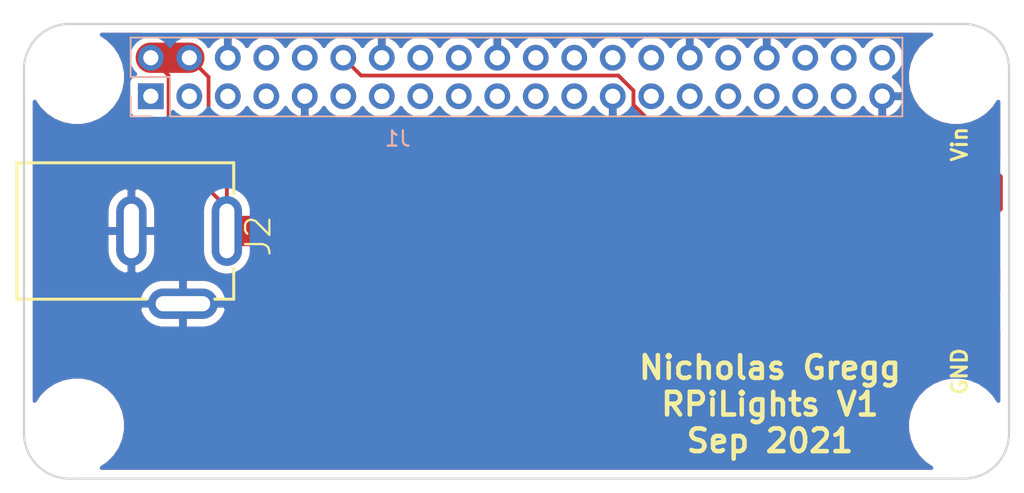
<source format=kicad_pcb>
(kicad_pcb (version 20171130) (host pcbnew "(5.1.10)-1")

  (general
    (thickness 1.6)
    (drawings 21)
    (tracks 21)
    (zones 0)
    (modules 7)
    (nets 32)
  )

  (page A4)
  (title_block
    (title "Raspberry Pi Zero (W) uHAT Template Board")
    (date 2019-02-28)
    (rev 1.0)
    (comment 1 "This PCB design is licensed under MIT Open Source License.")
  )

  (layers
    (0 F.Cu signal)
    (31 B.Cu signal)
    (32 B.Adhes user)
    (33 F.Adhes user)
    (34 B.Paste user)
    (35 F.Paste user)
    (36 B.SilkS user)
    (37 F.SilkS user)
    (38 B.Mask user hide)
    (39 F.Mask user hide)
    (40 Dwgs.User user hide)
    (41 Cmts.User user hide)
    (42 Eco1.User user hide)
    (43 Eco2.User user hide)
    (44 Edge.Cuts user)
    (45 Margin user hide)
    (46 B.CrtYd user)
    (47 F.CrtYd user)
    (48 B.Fab user hide)
    (49 F.Fab user hide)
  )

  (setup
    (last_trace_width 0.25)
    (trace_clearance 0.2)
    (zone_clearance 0.508)
    (zone_45_only no)
    (trace_min 0.2)
    (via_size 0.8)
    (via_drill 0.4)
    (via_min_size 0.4)
    (via_min_drill 0.3)
    (uvia_size 0.3)
    (uvia_drill 0.1)
    (uvias_allowed no)
    (uvia_min_size 0.2)
    (uvia_min_drill 0.1)
    (edge_width 0.15)
    (segment_width 0.2)
    (pcb_text_width 0.3)
    (pcb_text_size 1.5 1.5)
    (mod_edge_width 0.15)
    (mod_text_size 1 1)
    (mod_text_width 0.15)
    (pad_size 1.524 1.524)
    (pad_drill 0.762)
    (pad_to_mask_clearance 0.051)
    (solder_mask_min_width 0.25)
    (aux_axis_origin 0 0)
    (grid_origin 121.032 94.568)
    (visible_elements 7FFFFFFF)
    (pcbplotparams
      (layerselection 0x010fc_ffffffff)
      (usegerberextensions false)
      (usegerberattributes false)
      (usegerberadvancedattributes false)
      (creategerberjobfile false)
      (excludeedgelayer true)
      (linewidth 0.100000)
      (plotframeref false)
      (viasonmask false)
      (mode 1)
      (useauxorigin false)
      (hpglpennumber 1)
      (hpglpenspeed 20)
      (hpglpendiameter 15.000000)
      (psnegative false)
      (psa4output false)
      (plotreference true)
      (plotvalue true)
      (plotinvisibletext false)
      (padsonsilk false)
      (subtractmaskfromsilk false)
      (outputformat 1)
      (mirror false)
      (drillshape 1)
      (scaleselection 1)
      (outputdirectory ""))
  )

  (net 0 "")
  (net 1 +3V3)
  (net 2 +5V)
  (net 3 /GPIO2_SDA1)
  (net 4 /GPIO3_SCL1)
  (net 5 GND)
  (net 6 /GPIO4_GPIO_GCLK)
  (net 7 /GPIO14_TXD0)
  (net 8 /GPIO15_RXD0)
  (net 9 /GPIO17_GEN0)
  (net 10 /GPIO18_GEN1)
  (net 11 /GPIO27_GEN2)
  (net 12 /GPIO22_GEN3)
  (net 13 /GPIO23_GEN4)
  (net 14 /GPIO24_GEN5)
  (net 15 /GPIO10_SPI_MOSI)
  (net 16 /GPIO9_SPI_MISO)
  (net 17 /GPIO25_GEN6)
  (net 18 /GPIO11_SPI_SCLK)
  (net 19 /GPIO8_SPI_CE0_N)
  (net 20 /GPIO7_SPI_CE1_N)
  (net 21 /ID_SD)
  (net 22 /ID_SC)
  (net 23 /GPIO5)
  (net 24 /GPIO6)
  (net 25 /GPIO12)
  (net 26 /GPIO13)
  (net 27 /GPIO19)
  (net 28 /GPIO16)
  (net 29 /GPIO26)
  (net 30 /GPIO20)
  (net 31 /GPIO21)

  (net_class Default "This is the default net class."
    (clearance 0.2)
    (trace_width 0.25)
    (via_dia 0.8)
    (via_drill 0.4)
    (uvia_dia 0.3)
    (uvia_drill 0.1)
    (add_net +3V3)
    (add_net +5V)
    (add_net /GPIO10_SPI_MOSI)
    (add_net /GPIO11_SPI_SCLK)
    (add_net /GPIO12)
    (add_net /GPIO13)
    (add_net /GPIO14_TXD0)
    (add_net /GPIO15_RXD0)
    (add_net /GPIO16)
    (add_net /GPIO17_GEN0)
    (add_net /GPIO18_GEN1)
    (add_net /GPIO19)
    (add_net /GPIO20)
    (add_net /GPIO21)
    (add_net /GPIO22_GEN3)
    (add_net /GPIO23_GEN4)
    (add_net /GPIO24_GEN5)
    (add_net /GPIO25_GEN6)
    (add_net /GPIO26)
    (add_net /GPIO27_GEN2)
    (add_net /GPIO2_SDA1)
    (add_net /GPIO3_SCL1)
    (add_net /GPIO4_GPIO_GCLK)
    (add_net /GPIO5)
    (add_net /GPIO6)
    (add_net /GPIO7_SPI_CE1_N)
    (add_net /GPIO8_SPI_CE0_N)
    (add_net /GPIO9_SPI_MISO)
    (add_net /ID_SC)
    (add_net /ID_SD)
    (add_net GND)
  )

  (module DCJ200-10-A-XX-X_REVA:GCT_DCJ200-10-A-XX-X_REVA (layer F.Cu) (tedit 61366E70) (tstamp 6136BED7)
    (at 117.222 104.728 270)
    (path /61367103)
    (fp_text reference J2 (at 0.33015 -15.77006 90) (layer F.SilkS)
      (effects (font (size 1.60074 1.60074) (thickness 0.15)))
    )
    (fp_text value DCJ200-10-A-XX-X_REVA (at 15 2 90) (layer F.Fab)
      (effects (font (size 1.602362 1.602362) (thickness 0.15)))
    )
    (fp_line (start -4.75 0.5) (end -4.75 -14.75) (layer F.CrtYd) (width 0.05))
    (fp_line (start 6 0.5) (end -4.75 0.5) (layer F.CrtYd) (width 0.05))
    (fp_line (start 6 -14.75) (end 6 0.5) (layer F.CrtYd) (width 0.05))
    (fp_line (start -4.75 -14.75) (end 6 -14.75) (layer F.CrtYd) (width 0.05))
    (fp_line (start 4.5 -14.15) (end 4.5 -12.9) (layer F.SilkS) (width 0.2))
    (fp_line (start 2.45 -14.15) (end 4.5 -14.15) (layer F.SilkS) (width 0.2))
    (fp_line (start 4.5 0.15) (end 4.5 -8.4) (layer F.SilkS) (width 0.2))
    (fp_line (start -4.5 0.15) (end 4.5 0.15) (layer F.SilkS) (width 0.2))
    (fp_line (start -4.5 -14.15) (end -4.5 0.15) (layer F.SilkS) (width 0.2))
    (fp_line (start -2.45 -14.15) (end -4.5 -14.15) (layer F.SilkS) (width 0.2))
    (fp_poly (pts (xy -2.15385 -7.4) (xy 2.15 -7.4) (xy 2.15 -5.7102) (xy -2.15385 -5.7102)) (layer B.Mask) (width 0.01))
    (fp_poly (pts (xy -2.15234 -7.4) (xy 2.15 -7.4) (xy 2.15 -5.70619) (xy -2.15234 -5.70619)) (layer F.Mask) (width 0.01))
    (fp_poly (pts (xy 3.920395 -1.641498) (xy 3.920395 -5.536048) (xy 5.615045 -5.536048) (xy 5.615045 -1.641498)) (layer B.Mask) (width 0.01))
    (fp_poly (pts (xy 3.919505 -1.640588) (xy 3.919505 -5.536048) (xy 5.615045 -5.536048) (xy 5.615045 -1.640588)) (layer F.Mask) (width 0.01))
    (fp_poly (pts (xy -1.9502 -1.1) (xy 1.95 -1.1) (xy 1.95 0.600062) (xy -1.9502 0.600062)) (layer B.Mask) (width 0.01))
    (fp_poly (pts (xy -1.95134 -1.1) (xy 1.95 -1.1) (xy 1.95 0.600412) (xy -1.95134 0.600412)) (layer F.Mask) (width 0.01))
    (fp_line (start -4.5 0.15) (end -4.5 -14.15) (layer F.Fab) (width 0.1))
    (fp_line (start -4.5 -14.15) (end 4.5 -14.15) (layer F.Fab) (width 0.1))
    (fp_line (start 4.5 0.15) (end 4.5 -14.15) (layer F.Fab) (width 0.1))
    (fp_line (start -4.5 0.15) (end 4.5 0.15) (layer F.Fab) (width 0.1))
    (pad 3 thru_hole oval (at 4.8 -10.8) (size 4.6 2) (drill oval 3.6 1) (layers *.Cu *.Mask)
      (net 5 GND))
    (pad 2 thru_hole oval (at 0 -7.4 270) (size 4.6 2) (drill oval 3.6 1) (layers *.Cu *.Mask)
      (net 5 GND))
    (pad 1 thru_hole oval (at 0 -13.7 270) (size 4.6 2) (drill oval 3.6 1) (layers *.Cu *.Mask)
      (net 2 +5V))
  )

  (module JST:JST_Breakout (layer F.Cu) (tedit 613663ED) (tstamp 6136BE80)
    (at 183.262 105.998 90)
    (path /6138080F)
    (attr smd)
    (fp_text reference C1 (at 0 0.5 90) (layer F.SilkS) hide
      (effects (font (size 1 1) (thickness 0.15)))
    )
    (fp_text value JST3pin (at 0 -0.5 90) (layer F.Fab)
      (effects (font (size 1 1) (thickness 0.15)))
    )
    (fp_text user GND (at -8 -4 90) (layer F.SilkS)
      (effects (font (size 1 1) (thickness 0.2)))
    )
    (fp_text user Vin (at 7 -4 90) (layer F.SilkS)
      (effects (font (size 1 1) (thickness 0.2)))
    )
    (pad 3 smd rect (at 0 -4 90) (size 2 4) (layers F.Cu F.Paste F.Mask)
      (net 10 /GPIO18_GEN1))
    (pad 2 smd rect (at -4 -4 90) (size 2 4) (layers F.Cu F.Paste F.Mask)
      (net 5 GND))
    (pad 1 smd rect (at 4 -4 90) (size 2 4) (layers F.Cu F.Paste F.Mask)
      (net 2 +5V))
  )

  (module lib:PinSocket_2x20_P2.54mm_Vertical_Centered_Anchor (layer B.Cu) (tedit 5C78E1B8) (tstamp 5C78EB08)
    (at 125.902 95.838 270)
    (descr "Through hole straight socket strip, 2x20, 2.54mm pitch, double cols (from Kicad 4.0.7), script generated")
    (tags "Through hole socket strip THT 2x20 2.54mm double row")
    (path /5C77771F)
    (fp_text reference J1 (at 2.8 -16.3) (layer B.SilkS)
      (effects (font (size 1 1) (thickness 0.15)) (justify mirror))
    )
    (fp_text value GPIO_CONNECTOR (at 2.7 -27.3) (layer B.Fab)
      (effects (font (size 1 1) (thickness 0.15)) (justify mirror))
    )
    (fp_line (start -4.34 -50) (end -4.34 1.8) (layer B.CrtYd) (width 0.05))
    (fp_line (start 1.76 -50) (end -4.34 -50) (layer B.CrtYd) (width 0.05))
    (fp_line (start 1.76 1.8) (end 1.76 -50) (layer B.CrtYd) (width 0.05))
    (fp_line (start -4.34 1.8) (end 1.76 1.8) (layer B.CrtYd) (width 0.05))
    (fp_line (start 0 1.33) (end 1.33 1.33) (layer B.SilkS) (width 0.12))
    (fp_line (start 1.33 1.33) (end 1.33 0) (layer B.SilkS) (width 0.12))
    (fp_line (start -1.27 1.33) (end -1.27 -1.27) (layer B.SilkS) (width 0.12))
    (fp_line (start -1.27 -1.27) (end 1.33 -1.27) (layer B.SilkS) (width 0.12))
    (fp_line (start 1.33 -1.27) (end 1.33 -49.59) (layer B.SilkS) (width 0.12))
    (fp_line (start -3.87 -49.59) (end 1.33 -49.59) (layer B.SilkS) (width 0.12))
    (fp_line (start -3.87 1.33) (end -3.87 -49.59) (layer B.SilkS) (width 0.12))
    (fp_line (start -3.87 1.33) (end -1.27 1.33) (layer B.SilkS) (width 0.12))
    (fp_line (start -3.81 -49.53) (end -3.81 1.27) (layer B.Fab) (width 0.1))
    (fp_line (start 1.27 -49.53) (end -3.81 -49.53) (layer B.Fab) (width 0.1))
    (fp_line (start 1.27 0.27) (end 1.27 -49.53) (layer B.Fab) (width 0.1))
    (fp_line (start 0.27 1.27) (end 1.27 0.27) (layer B.Fab) (width 0.1))
    (fp_line (start -3.81 1.27) (end 0.27 1.27) (layer B.Fab) (width 0.1))
    (fp_text user %R (at 2.8 -18.3 180) (layer B.Fab)
      (effects (font (size 1 1) (thickness 0.15)) (justify mirror))
    )
    (pad 1 thru_hole rect (at 0 0 270) (size 1.7 1.7) (drill 1) (layers *.Cu *.Mask)
      (net 1 +3V3))
    (pad 2 thru_hole oval (at -2.54 0 270) (size 1.7 1.7) (drill 1) (layers *.Cu *.Mask)
      (net 2 +5V))
    (pad 3 thru_hole oval (at 0 -2.54 270) (size 1.7 1.7) (drill 1) (layers *.Cu *.Mask)
      (net 3 /GPIO2_SDA1))
    (pad 4 thru_hole oval (at -2.54 -2.54 270) (size 1.7 1.7) (drill 1) (layers *.Cu *.Mask)
      (net 2 +5V))
    (pad 5 thru_hole oval (at 0 -5.08 270) (size 1.7 1.7) (drill 1) (layers *.Cu *.Mask)
      (net 4 /GPIO3_SCL1))
    (pad 6 thru_hole oval (at -2.54 -5.08 270) (size 1.7 1.7) (drill 1) (layers *.Cu *.Mask)
      (net 5 GND))
    (pad 7 thru_hole oval (at 0 -7.62 270) (size 1.7 1.7) (drill 1) (layers *.Cu *.Mask)
      (net 6 /GPIO4_GPIO_GCLK))
    (pad 8 thru_hole oval (at -2.54 -7.62 270) (size 1.7 1.7) (drill 1) (layers *.Cu *.Mask)
      (net 7 /GPIO14_TXD0))
    (pad 9 thru_hole oval (at 0 -10.16 270) (size 1.7 1.7) (drill 1) (layers *.Cu *.Mask)
      (net 5 GND))
    (pad 10 thru_hole oval (at -2.54 -10.16 270) (size 1.7 1.7) (drill 1) (layers *.Cu *.Mask)
      (net 8 /GPIO15_RXD0))
    (pad 11 thru_hole oval (at 0 -12.7 270) (size 1.7 1.7) (drill 1) (layers *.Cu *.Mask)
      (net 9 /GPIO17_GEN0))
    (pad 12 thru_hole oval (at -2.54 -12.7 270) (size 1.7 1.7) (drill 1) (layers *.Cu *.Mask)
      (net 10 /GPIO18_GEN1))
    (pad 13 thru_hole oval (at 0 -15.24 270) (size 1.7 1.7) (drill 1) (layers *.Cu *.Mask)
      (net 11 /GPIO27_GEN2))
    (pad 14 thru_hole oval (at -2.54 -15.24 270) (size 1.7 1.7) (drill 1) (layers *.Cu *.Mask)
      (net 5 GND))
    (pad 15 thru_hole oval (at 0 -17.78 270) (size 1.7 1.7) (drill 1) (layers *.Cu *.Mask)
      (net 12 /GPIO22_GEN3))
    (pad 16 thru_hole oval (at -2.54 -17.78 270) (size 1.7 1.7) (drill 1) (layers *.Cu *.Mask)
      (net 13 /GPIO23_GEN4))
    (pad 17 thru_hole oval (at 0 -20.32 270) (size 1.7 1.7) (drill 1) (layers *.Cu *.Mask)
      (net 1 +3V3))
    (pad 18 thru_hole oval (at -2.54 -20.32 270) (size 1.7 1.7) (drill 1) (layers *.Cu *.Mask)
      (net 14 /GPIO24_GEN5))
    (pad 19 thru_hole oval (at 0 -22.86 270) (size 1.7 1.7) (drill 1) (layers *.Cu *.Mask)
      (net 15 /GPIO10_SPI_MOSI))
    (pad 20 thru_hole oval (at -2.54 -22.86 270) (size 1.7 1.7) (drill 1) (layers *.Cu *.Mask)
      (net 5 GND))
    (pad 21 thru_hole oval (at 0 -25.4 270) (size 1.7 1.7) (drill 1) (layers *.Cu *.Mask)
      (net 16 /GPIO9_SPI_MISO))
    (pad 22 thru_hole oval (at -2.54 -25.4 270) (size 1.7 1.7) (drill 1) (layers *.Cu *.Mask)
      (net 17 /GPIO25_GEN6))
    (pad 23 thru_hole oval (at 0 -27.94 270) (size 1.7 1.7) (drill 1) (layers *.Cu *.Mask)
      (net 18 /GPIO11_SPI_SCLK))
    (pad 24 thru_hole oval (at -2.54 -27.94 270) (size 1.7 1.7) (drill 1) (layers *.Cu *.Mask)
      (net 19 /GPIO8_SPI_CE0_N))
    (pad 25 thru_hole oval (at 0 -30.48 270) (size 1.7 1.7) (drill 1) (layers *.Cu *.Mask)
      (net 5 GND))
    (pad 26 thru_hole oval (at -2.54 -30.48 270) (size 1.7 1.7) (drill 1) (layers *.Cu *.Mask)
      (net 20 /GPIO7_SPI_CE1_N))
    (pad 27 thru_hole oval (at 0 -33.02 270) (size 1.7 1.7) (drill 1) (layers *.Cu *.Mask)
      (net 21 /ID_SD))
    (pad 28 thru_hole oval (at -2.54 -33.02 270) (size 1.7 1.7) (drill 1) (layers *.Cu *.Mask)
      (net 22 /ID_SC))
    (pad 29 thru_hole oval (at 0 -35.56 270) (size 1.7 1.7) (drill 1) (layers *.Cu *.Mask)
      (net 23 /GPIO5))
    (pad 30 thru_hole oval (at -2.54 -35.56 270) (size 1.7 1.7) (drill 1) (layers *.Cu *.Mask)
      (net 5 GND))
    (pad 31 thru_hole oval (at 0 -38.1 270) (size 1.7 1.7) (drill 1) (layers *.Cu *.Mask)
      (net 24 /GPIO6))
    (pad 32 thru_hole oval (at -2.54 -38.1 270) (size 1.7 1.7) (drill 1) (layers *.Cu *.Mask)
      (net 25 /GPIO12))
    (pad 33 thru_hole oval (at 0 -40.64 270) (size 1.7 1.7) (drill 1) (layers *.Cu *.Mask)
      (net 26 /GPIO13))
    (pad 34 thru_hole oval (at -2.54 -40.64 270) (size 1.7 1.7) (drill 1) (layers *.Cu *.Mask)
      (net 5 GND))
    (pad 35 thru_hole oval (at 0 -43.18 270) (size 1.7 1.7) (drill 1) (layers *.Cu *.Mask)
      (net 27 /GPIO19))
    (pad 36 thru_hole oval (at -2.54 -43.18 270) (size 1.7 1.7) (drill 1) (layers *.Cu *.Mask)
      (net 28 /GPIO16))
    (pad 37 thru_hole oval (at 0 -45.72 270) (size 1.7 1.7) (drill 1) (layers *.Cu *.Mask)
      (net 29 /GPIO26))
    (pad 38 thru_hole oval (at -2.54 -45.72 270) (size 1.7 1.7) (drill 1) (layers *.Cu *.Mask)
      (net 30 /GPIO20))
    (pad 39 thru_hole oval (at 0 -48.26 270) (size 1.7 1.7) (drill 1) (layers *.Cu *.Mask)
      (net 5 GND))
    (pad 40 thru_hole oval (at -2.54 -48.26 270) (size 1.7 1.7) (drill 1) (layers *.Cu *.Mask)
      (net 31 /GPIO21))
    (model ${KISYS3DMOD}/Connector_PinSocket_2.54mm.3dshapes/PinSocket_2x20_P2.54mm_Vertical.wrl
      (at (xyz 0 0 0))
      (scale (xyz 1 1 1))
      (rotate (xyz 0 0 0))
    )
  )

  (module lib:MountingHole_2.7mm_M2.5_uHAT_RPi locked (layer F.Cu) (tedit 5C78B840) (tstamp 5C78BBE2)
    (at 121.032 94.568)
    (descr "Mounting Hole 2.7mm, no annular, M2.5")
    (tags "mounting hole 2.7mm no annular m2.5")
    (path /5C7C4C81)
    (attr virtual)
    (fp_text reference H1 (at 0 -3.7) (layer F.SilkS) hide
      (effects (font (size 1 1) (thickness 0.15)))
    )
    (fp_text value MountingHole (at 0 3.7) (layer F.Fab) hide
      (effects (font (size 1 1) (thickness 0.15)))
    )
    (fp_circle (center 0 0) (end 2.95 0) (layer F.CrtYd) (width 0.05))
    (fp_circle (center 0 0) (end 2.7 0) (layer Cmts.User) (width 0.15))
    (fp_text user %R (at 0.3 0) (layer F.Fab)
      (effects (font (size 1 1) (thickness 0.15)))
    )
    (pad "" np_thru_hole circle (at 0 0) (size 2.7 2.7) (drill 2.7) (layers *.Cu *.Mask)
      (clearance 1.75))
  )

  (module lib:MountingHole_2.7mm_M2.5_uHAT_RPi locked (layer F.Cu) (tedit 5C78B867) (tstamp 5C78BBE9)
    (at 179.032 94.568)
    (descr "Mounting Hole 2.7mm, no annular, M2.5")
    (tags "mounting hole 2.7mm no annular m2.5")
    (path /5C7C7FBC)
    (attr virtual)
    (fp_text reference H2 (at 0 -3.7) (layer F.SilkS) hide
      (effects (font (size 1 1) (thickness 0.15)))
    )
    (fp_text value MountingHole (at 0 3.7) (layer F.Fab) hide
      (effects (font (size 1 1) (thickness 0.15)))
    )
    (fp_circle (center 0 0) (end 2.7 0) (layer Cmts.User) (width 0.15))
    (fp_circle (center 0 0) (end 2.95 0) (layer F.CrtYd) (width 0.05))
    (fp_text user %R (at 0.3 0) (layer F.Fab)
      (effects (font (size 1 1) (thickness 0.15)))
    )
    (pad "" np_thru_hole circle (at 0 0) (size 2.7 2.7) (drill 2.7) (layers *.Cu *.Mask)
      (clearance 1.75))
  )

  (module lib:MountingHole_2.7mm_M2.5_uHAT_RPi locked (layer F.Cu) (tedit 5C78B860) (tstamp 5C78BBF0)
    (at 179.032 117.568)
    (descr "Mounting Hole 2.7mm, no annular, M2.5")
    (tags "mounting hole 2.7mm no annular m2.5")
    (path /5C7C8014)
    (attr virtual)
    (fp_text reference H3 (at 0 -3.7) (layer F.SilkS) hide
      (effects (font (size 1 1) (thickness 0.15)))
    )
    (fp_text value MountingHole (at 0 3.7) (layer F.Fab) hide
      (effects (font (size 1 1) (thickness 0.15)))
    )
    (fp_circle (center 0 0) (end 2.95 0) (layer F.CrtYd) (width 0.05))
    (fp_circle (center 0 0) (end 2.7 0) (layer Cmts.User) (width 0.15))
    (fp_text user %R (at 0.3 0) (layer F.Fab)
      (effects (font (size 1 1) (thickness 0.15)))
    )
    (pad "" np_thru_hole circle (at 0 0) (size 2.7 2.7) (drill 2.7) (layers *.Cu *.Mask)
      (clearance 1.75))
  )

  (module lib:MountingHole_2.7mm_M2.5_uHAT_RPi locked (layer F.Cu) (tedit 5C78B845) (tstamp 5C78BBF7)
    (at 121.032 117.568)
    (descr "Mounting Hole 2.7mm, no annular, M2.5")
    (tags "mounting hole 2.7mm no annular m2.5")
    (path /5C7C8030)
    (attr virtual)
    (fp_text reference H4 (at 0 -3.7) (layer F.SilkS) hide
      (effects (font (size 1 1) (thickness 0.15)))
    )
    (fp_text value MountingHole (at 0 3.7) (layer F.Fab) hide
      (effects (font (size 1 1) (thickness 0.15)))
    )
    (fp_circle (center 0 0) (end 2.7 0) (layer Cmts.User) (width 0.15))
    (fp_circle (center 0 0) (end 2.95 0) (layer F.CrtYd) (width 0.05))
    (fp_text user %R (at 0.3 0) (layer F.Fab)
      (effects (font (size 1 1) (thickness 0.15)))
    )
    (pad "" np_thru_hole circle (at 0 0) (size 2.7 2.7) (drill 2.7) (layers *.Cu *.Mask)
      (clearance 1.75))
  )

  (gr_text "Nicholas Gregg\nRPiLights V1\nSep 2021" (at 166.752 116.158) (layer F.SilkS)
    (effects (font (size 1.5 1.5) (thickness 0.3)))
  )
  (gr_text "Board dimensions are on Cmts (Comments) layer. \nDeselect it in Layers Manager to make them invisible.\n\nGPIO connector nets are not connected, these will get \nupdated as per your schematic/netlist." (at 120.524 139.272) (layer Cmts.User)
    (effects (font (size 1.5 1.5) (thickness 0.3)) (justify left))
  )
  (gr_text "Board Corner Radius = 3mm\nAll holes are M2.5" (at 184.278 87.202) (layer Cmts.User)
    (effects (font (size 1.5 1.5) (thickness 0.3)) (justify left))
  )
  (dimension 29 (width 0.3) (layer Cmts.User)
    (gr_text "29.000 mm" (at 135.532 103.868) (layer Cmts.User)
      (effects (font (size 1.5 1.5) (thickness 0.3)))
    )
    (feature1 (pts (xy 121.032 94.568) (xy 121.032 102.354421)))
    (feature2 (pts (xy 150.032 94.568) (xy 150.032 102.354421)))
    (crossbar (pts (xy 150.032 101.768) (xy 121.032 101.768)))
    (arrow1a (pts (xy 121.032 101.768) (xy 122.158504 101.181579)))
    (arrow1b (pts (xy 121.032 101.768) (xy 122.158504 102.354421)))
    (arrow2a (pts (xy 150.032 101.768) (xy 148.905496 101.181579)))
    (arrow2b (pts (xy 150.032 101.768) (xy 148.905496 102.354421)))
  )
  (dimension 6.2 (width 0.3) (layer Cmts.User)
    (gr_text "6.200 mm" (at 179.032 129.268) (layer Cmts.User)
      (effects (font (size 1.5 1.5) (thickness 0.3)))
    )
    (feature1 (pts (xy 182.132 117.568) (xy 182.132 127.754421)))
    (feature2 (pts (xy 175.932 117.568) (xy 175.932 127.754421)))
    (crossbar (pts (xy 175.932 127.168) (xy 182.132 127.168)))
    (arrow1a (pts (xy 182.132 127.168) (xy 181.005496 127.754421)))
    (arrow1b (pts (xy 182.132 127.168) (xy 181.005496 126.581579)))
    (arrow2a (pts (xy 175.932 127.168) (xy 177.058504 127.754421)))
    (arrow2b (pts (xy 175.932 127.168) (xy 177.058504 126.581579)))
  )
  (dimension 3.5 (width 0.3) (layer Cmts.User)
    (gr_text "3.500 mm" (at 111.432 119.318 270) (layer Cmts.User)
      (effects (font (size 1.5 1.5) (thickness 0.3)))
    )
    (feature1 (pts (xy 121.032 121.068) (xy 112.945579 121.068)))
    (feature2 (pts (xy 121.032 117.568) (xy 112.945579 117.568)))
    (crossbar (pts (xy 113.532 117.568) (xy 113.532 121.068)))
    (arrow1a (pts (xy 113.532 121.068) (xy 112.945579 119.941496)))
    (arrow1b (pts (xy 113.532 121.068) (xy 114.118421 119.941496)))
    (arrow2a (pts (xy 113.532 117.568) (xy 112.945579 118.694504)))
    (arrow2b (pts (xy 113.532 117.568) (xy 114.118421 118.694504)))
  )
  (dimension 3.5 (width 0.3) (layer Cmts.User)
    (gr_text "3.500 mm" (at 119.282 125.668) (layer Cmts.User)
      (effects (font (size 1.5 1.5) (thickness 0.3)))
    )
    (feature1 (pts (xy 117.532 117.568) (xy 117.532 124.154421)))
    (feature2 (pts (xy 121.032 117.568) (xy 121.032 124.154421)))
    (crossbar (pts (xy 121.032 123.568) (xy 117.532 123.568)))
    (arrow1a (pts (xy 117.532 123.568) (xy 118.658504 122.981579)))
    (arrow1b (pts (xy 117.532 123.568) (xy 118.658504 124.154421)))
    (arrow2a (pts (xy 121.032 123.568) (xy 119.905496 122.981579)))
    (arrow2b (pts (xy 121.032 123.568) (xy 119.905496 124.154421)))
  )
  (dimension 30 (width 0.3) (layer Cmts.User)
    (gr_text "30.000 mm" (at 194.132 106.068 270) (layer Cmts.User)
      (effects (font (size 1.5 1.5) (thickness 0.3)))
    )
    (feature1 (pts (xy 179.032 121.068) (xy 192.618421 121.068)))
    (feature2 (pts (xy 179.032 91.068) (xy 192.618421 91.068)))
    (crossbar (pts (xy 192.032 91.068) (xy 192.032 121.068)))
    (arrow1a (pts (xy 192.032 121.068) (xy 191.445579 119.941496)))
    (arrow1b (pts (xy 192.032 121.068) (xy 192.618421 119.941496)))
    (arrow2a (pts (xy 192.032 91.068) (xy 191.445579 92.194504)))
    (arrow2b (pts (xy 192.032 91.068) (xy 192.618421 92.194504)))
  )
  (dimension 23 (width 0.3) (layer Cmts.User)
    (gr_text "23.000 mm" (at 188.632 106.068 270) (layer Cmts.User)
      (effects (font (size 1.5 1.5) (thickness 0.3)))
    )
    (feature1 (pts (xy 179.032 117.568) (xy 187.118421 117.568)))
    (feature2 (pts (xy 179.032 94.568) (xy 187.118421 94.568)))
    (crossbar (pts (xy 186.532 94.568) (xy 186.532 117.568)))
    (arrow1a (pts (xy 186.532 117.568) (xy 185.945579 116.441496)))
    (arrow1b (pts (xy 186.532 117.568) (xy 187.118421 116.441496)))
    (arrow2a (pts (xy 186.532 94.568) (xy 185.945579 95.694504)))
    (arrow2b (pts (xy 186.532 94.568) (xy 187.118421 95.694504)))
  )
  (dimension 65 (width 0.3) (layer Cmts.User)
    (gr_text "65.000 mm" (at 150.032 80.468) (layer Cmts.User)
      (effects (font (size 1.5 1.5) (thickness 0.3)))
    )
    (feature1 (pts (xy 182.532 94.568) (xy 182.532 81.981579)))
    (feature2 (pts (xy 117.532 94.568) (xy 117.532 81.981579)))
    (crossbar (pts (xy 117.532 82.568) (xy 182.532 82.568)))
    (arrow1a (pts (xy 182.532 82.568) (xy 181.405496 83.154421)))
    (arrow1b (pts (xy 182.532 82.568) (xy 181.405496 81.981579)))
    (arrow2a (pts (xy 117.532 82.568) (xy 118.658504 83.154421)))
    (arrow2b (pts (xy 117.532 82.568) (xy 118.658504 81.981579)))
  )
  (dimension 58 (width 0.3) (layer Cmts.User)
    (gr_text "58.000 mm" (at 150.032 84.968) (layer Cmts.User)
      (effects (font (size 1.5 1.5) (thickness 0.3)))
    )
    (feature1 (pts (xy 179.032 94.568) (xy 179.032 86.481579)))
    (feature2 (pts (xy 121.032 94.568) (xy 121.032 86.481579)))
    (crossbar (pts (xy 121.032 87.068) (xy 179.032 87.068)))
    (arrow1a (pts (xy 179.032 87.068) (xy 177.905496 87.654421)))
    (arrow1b (pts (xy 179.032 87.068) (xy 177.905496 86.481579)))
    (arrow2a (pts (xy 121.032 87.068) (xy 122.158504 87.654421)))
    (arrow2b (pts (xy 121.032 87.068) (xy 122.158504 86.481579)))
  )
  (gr_line (start 121.032 121.068) (end 120.532 121.068) (layer Edge.Cuts) (width 0.15) (tstamp 5C77FCD3))
  (gr_line (start 179.032 121.068) (end 179.532 121.068) (layer Edge.Cuts) (width 0.15) (tstamp 5C77FCD0))
  (gr_line (start 182.532 94.068) (end 182.532 118.068) (layer Edge.Cuts) (width 0.15) (tstamp 5C77FCCD))
  (gr_line (start 120.532 91.068) (end 179.532 91.068) (layer Edge.Cuts) (width 0.15) (tstamp 5C77FCCA))
  (gr_line (start 117.532 118.068) (end 117.532 94.068) (layer Edge.Cuts) (width 0.15) (tstamp 5C77FCC7))
  (gr_arc (start 120.532 94.068) (end 120.532 91.068) (angle -90) (layer Edge.Cuts) (width 0.15) (tstamp 5C77FCC4))
  (gr_arc (start 120.532 118.068) (end 117.532 118.068) (angle -90) (layer Edge.Cuts) (width 0.15) (tstamp 5C77FCC1))
  (gr_arc (start 179.532 118.068) (end 179.532 121.068) (angle -90) (layer Edge.Cuts) (width 0.15) (tstamp 5C77FCBE))
  (gr_arc (start 179.532 94.068) (end 182.532 94.068) (angle -90) (layer Edge.Cuts) (width 0.15) (tstamp 5C77FCBB))
  (gr_line (start 121.032 121.068) (end 179.032 121.068) (layer Edge.Cuts) (width 0.15) (tstamp 5C77FCB8))

  (segment (start 179.262 101.998) (end 140.272 101.998) (width 2) (layer F.Cu) (net 2))
  (segment (start 140.272 101.998) (end 137.542 104.728) (width 2) (layer F.Cu) (net 2))
  (segment (start 125.902 93.298) (end 128.442 93.298) (width 2) (layer F.Cu) (net 2))
  (segment (start 130.922 104.728) (end 137.542 104.728) (width 2) (layer F.Cu) (net 2))
  (segment (start 128.442 93.298) (end 129.712 94.568) (width 0.25) (layer F.Cu) (net 2))
  (segment (start 129.712 94.568) (end 129.712 98.168) (width 0.25) (layer F.Cu) (net 2))
  (segment (start 130.922 99.378) (end 130.922 104.728) (width 0.25) (layer F.Cu) (net 2))
  (segment (start 129.712 98.168) (end 130.922 99.378) (width 0.25) (layer F.Cu) (net 2))
  (segment (start 130.922 103.188) (end 130.922 104.728) (width 0.25) (layer F.Cu) (net 2))
  (segment (start 127.077001 99.343001) (end 130.922 103.188) (width 0.25) (layer F.Cu) (net 2))
  (segment (start 127.077001 94.473001) (end 127.077001 99.343001) (width 0.25) (layer F.Cu) (net 2))
  (segment (start 125.902 93.298) (end 127.077001 94.473001) (width 0.25) (layer F.Cu) (net 2))
  (segment (start 157.746999 96.402001) (end 160.992998 99.648) (width 0.25) (layer F.Cu) (net 10))
  (segment (start 156.756003 94.473001) (end 157.746999 95.463997) (width 0.25) (layer F.Cu) (net 10))
  (segment (start 157.746999 95.463997) (end 157.746999 96.402001) (width 0.25) (layer F.Cu) (net 10))
  (segment (start 139.777001 94.473001) (end 156.756003 94.473001) (width 0.25) (layer F.Cu) (net 10))
  (segment (start 138.602 93.298) (end 139.777001 94.473001) (width 0.25) (layer F.Cu) (net 10))
  (segment (start 180.497002 99.648) (end 181.992 101.142998) (width 0.25) (layer F.Cu) (net 10))
  (segment (start 160.992998 99.648) (end 180.497002 99.648) (width 0.25) (layer F.Cu) (net 10))
  (segment (start 181.992 103.268) (end 179.262 105.998) (width 0.25) (layer F.Cu) (net 10))
  (segment (start 181.992 101.142998) (end 181.992 103.268) (width 0.25) (layer F.Cu) (net 10))

  (zone (net 5) (net_name GND) (layer F.Cu) (tstamp 0) (hatch edge 0.508)
    (connect_pads (clearance 0.508))
    (min_thickness 0.254)
    (fill yes (arc_segments 16) (thermal_gap 0.508) (thermal_bridge_width 0.508))
    (polygon
      (pts
        (xy 115.952 89.488) (xy 115.952 122) (xy 183.516 122) (xy 183.516 89.488)
      )
    )
    (filled_polygon
      (pts
        (xy 125.273285 91.780148) (xy 124.989248 91.931969) (xy 124.740286 92.136286) (xy 124.535969 92.385248) (xy 124.384148 92.669285)
        (xy 124.290657 92.977484) (xy 124.259089 93.298) (xy 124.290657 93.618516) (xy 124.384148 93.926715) (xy 124.535969 94.210752)
        (xy 124.725958 94.442255) (xy 124.697506 94.457463) (xy 124.600815 94.536815) (xy 124.521463 94.633506) (xy 124.462498 94.74382)
        (xy 124.426188 94.863518) (xy 124.413928 94.988) (xy 124.413928 96.688) (xy 124.426188 96.812482) (xy 124.462498 96.93218)
        (xy 124.521463 97.042494) (xy 124.600815 97.139185) (xy 124.697506 97.218537) (xy 124.80782 97.277502) (xy 124.927518 97.313812)
        (xy 125.052 97.326072) (xy 126.317002 97.326072) (xy 126.317002 99.305669) (xy 126.313325 99.343001) (xy 126.327999 99.491986)
        (xy 126.371455 99.635247) (xy 126.442027 99.767277) (xy 126.513202 99.854003) (xy 126.537001 99.883002) (xy 126.565999 99.9068)
        (xy 129.423075 102.763877) (xy 129.404149 102.799285) (xy 129.310658 103.107484) (xy 129.287001 103.347678) (xy 129.287001 104.647673)
        (xy 129.279089 104.728) (xy 129.287 104.808327) (xy 129.287 106.108321) (xy 129.310657 106.348515) (xy 129.404148 106.656714)
        (xy 129.555969 106.940751) (xy 129.760286 107.189714) (xy 130.009248 107.394031) (xy 130.293285 107.545852) (xy 130.601484 107.639343)
        (xy 130.922 107.670911) (xy 131.242515 107.639343) (xy 131.550714 107.545852) (xy 131.834751 107.394031) (xy 132.083714 107.189714)
        (xy 132.288031 106.940752) (xy 132.439852 106.656715) (xy 132.528949 106.363) (xy 137.461681 106.363) (xy 137.542 106.370911)
        (xy 137.622319 106.363) (xy 137.622322 106.363) (xy 137.862516 106.339343) (xy 138.170715 106.245852) (xy 138.454752 106.094031)
        (xy 138.703714 105.889714) (xy 138.754925 105.827313) (xy 140.949239 103.633) (xy 177.230808 103.633) (xy 177.262 103.636072)
        (xy 180.549126 103.636072) (xy 179.825271 104.359928) (xy 177.262 104.359928) (xy 177.137518 104.372188) (xy 177.01782 104.408498)
        (xy 176.907506 104.467463) (xy 176.810815 104.546815) (xy 176.731463 104.643506) (xy 176.672498 104.75382) (xy 176.636188 104.873518)
        (xy 176.623928 104.998) (xy 176.623928 106.998) (xy 176.636188 107.122482) (xy 176.672498 107.24218) (xy 176.731463 107.352494)
        (xy 176.810815 107.449185) (xy 176.907506 107.528537) (xy 177.01782 107.587502) (xy 177.137518 107.623812) (xy 177.262 107.636072)
        (xy 181.262 107.636072) (xy 181.386482 107.623812) (xy 181.50618 107.587502) (xy 181.616494 107.528537) (xy 181.713185 107.449185)
        (xy 181.792537 107.352494) (xy 181.822001 107.297372) (xy 181.822001 108.698628) (xy 181.792537 108.643506) (xy 181.713185 108.546815)
        (xy 181.616494 108.467463) (xy 181.50618 108.408498) (xy 181.386482 108.372188) (xy 181.262 108.359928) (xy 179.54775 108.363)
        (xy 179.389 108.52175) (xy 179.389 109.871) (xy 179.409 109.871) (xy 179.409 110.125) (xy 179.389 110.125)
        (xy 179.389 111.47425) (xy 179.54775 111.633) (xy 181.262 111.636072) (xy 181.386482 111.623812) (xy 181.50618 111.587502)
        (xy 181.616494 111.528537) (xy 181.713185 111.449185) (xy 181.792537 111.352494) (xy 181.822001 111.297372) (xy 181.822001 115.935085)
        (xy 181.538575 115.510907) (xy 181.089093 115.061425) (xy 180.560558 114.70827) (xy 179.973281 114.465012) (xy 179.349832 114.341)
        (xy 178.714168 114.341) (xy 178.090719 114.465012) (xy 177.503442 114.70827) (xy 176.974907 115.061425) (xy 176.525425 115.510907)
        (xy 176.17227 116.039442) (xy 175.929012 116.626719) (xy 175.805 117.250168) (xy 175.805 117.885832) (xy 175.929012 118.509281)
        (xy 176.17227 119.096558) (xy 176.525425 119.625093) (xy 176.974907 120.074575) (xy 177.399083 120.358) (xy 122.664917 120.358)
        (xy 123.089093 120.074575) (xy 123.538575 119.625093) (xy 123.89173 119.096558) (xy 124.134988 118.509281) (xy 124.259 117.885832)
        (xy 124.259 117.250168) (xy 124.134988 116.626719) (xy 123.89173 116.039442) (xy 123.538575 115.510907) (xy 123.089093 115.061425)
        (xy 122.560558 114.70827) (xy 121.973281 114.465012) (xy 121.349832 114.341) (xy 120.714168 114.341) (xy 120.090719 114.465012)
        (xy 119.503442 114.70827) (xy 118.974907 115.061425) (xy 118.525425 115.510907) (xy 118.242 115.935083) (xy 118.242 109.908434)
        (xy 125.131876 109.908434) (xy 125.162856 110.036355) (xy 125.29199 110.330761) (xy 125.476078 110.594317) (xy 125.708046 110.816895)
        (xy 125.97898 110.989942) (xy 126.278468 111.106807) (xy 126.595 111.163) (xy 127.895 111.163) (xy 127.895 109.655)
        (xy 128.149 109.655) (xy 128.149 111.163) (xy 129.449 111.163) (xy 129.765532 111.106807) (xy 130.044369 110.998)
        (xy 176.623928 110.998) (xy 176.636188 111.122482) (xy 176.672498 111.24218) (xy 176.731463 111.352494) (xy 176.810815 111.449185)
        (xy 176.907506 111.528537) (xy 177.01782 111.587502) (xy 177.137518 111.623812) (xy 177.262 111.636072) (xy 178.97625 111.633)
        (xy 179.135 111.47425) (xy 179.135 110.125) (xy 176.78575 110.125) (xy 176.627 110.28375) (xy 176.623928 110.998)
        (xy 130.044369 110.998) (xy 130.06502 110.989942) (xy 130.335954 110.816895) (xy 130.567922 110.594317) (xy 130.75201 110.330761)
        (xy 130.881144 110.036355) (xy 130.912124 109.908434) (xy 130.792777 109.655) (xy 128.149 109.655) (xy 127.895 109.655)
        (xy 125.251223 109.655) (xy 125.131876 109.908434) (xy 118.242 109.908434) (xy 118.242 109.147566) (xy 125.131876 109.147566)
        (xy 125.251223 109.401) (xy 127.895 109.401) (xy 127.895 107.893) (xy 128.149 107.893) (xy 128.149 109.401)
        (xy 130.792777 109.401) (xy 130.912124 109.147566) (xy 130.881144 109.019645) (xy 130.87165 108.998) (xy 176.623928 108.998)
        (xy 176.627 109.71225) (xy 176.78575 109.871) (xy 179.135 109.871) (xy 179.135 108.52175) (xy 178.97625 108.363)
        (xy 177.262 108.359928) (xy 177.137518 108.372188) (xy 177.01782 108.408498) (xy 176.907506 108.467463) (xy 176.810815 108.546815)
        (xy 176.731463 108.643506) (xy 176.672498 108.75382) (xy 176.636188 108.873518) (xy 176.623928 108.998) (xy 130.87165 108.998)
        (xy 130.75201 108.725239) (xy 130.567922 108.461683) (xy 130.335954 108.239105) (xy 130.06502 108.066058) (xy 129.765532 107.949193)
        (xy 129.449 107.893) (xy 128.149 107.893) (xy 127.895 107.893) (xy 126.595 107.893) (xy 126.278468 107.949193)
        (xy 125.97898 108.066058) (xy 125.708046 108.239105) (xy 125.476078 108.461683) (xy 125.29199 108.725239) (xy 125.162856 109.019645)
        (xy 125.131876 109.147566) (xy 118.242 109.147566) (xy 118.242 104.855) (xy 122.987 104.855) (xy 122.987 106.155)
        (xy 123.043193 106.471532) (xy 123.160058 106.77102) (xy 123.333105 107.041954) (xy 123.555683 107.273922) (xy 123.819239 107.45801)
        (xy 124.113645 107.587144) (xy 124.241566 107.618124) (xy 124.495 107.498777) (xy 124.495 104.855) (xy 124.749 104.855)
        (xy 124.749 107.498777) (xy 125.002434 107.618124) (xy 125.130355 107.587144) (xy 125.424761 107.45801) (xy 125.688317 107.273922)
        (xy 125.910895 107.041954) (xy 126.083942 106.77102) (xy 126.200807 106.471532) (xy 126.257 106.155) (xy 126.257 104.855)
        (xy 124.749 104.855) (xy 124.495 104.855) (xy 122.987 104.855) (xy 118.242 104.855) (xy 118.242 103.301)
        (xy 122.987 103.301) (xy 122.987 104.601) (xy 124.495 104.601) (xy 124.495 101.957223) (xy 124.749 101.957223)
        (xy 124.749 104.601) (xy 126.257 104.601) (xy 126.257 103.301) (xy 126.200807 102.984468) (xy 126.083942 102.68498)
        (xy 125.910895 102.414046) (xy 125.688317 102.182078) (xy 125.424761 101.99799) (xy 125.130355 101.868856) (xy 125.002434 101.837876)
        (xy 124.749 101.957223) (xy 124.495 101.957223) (xy 124.241566 101.837876) (xy 124.113645 101.868856) (xy 123.819239 101.99799)
        (xy 123.555683 102.182078) (xy 123.333105 102.414046) (xy 123.160058 102.68498) (xy 123.043193 102.984468) (xy 122.987 103.301)
        (xy 118.242 103.301) (xy 118.242 96.200917) (xy 118.525425 96.625093) (xy 118.974907 97.074575) (xy 119.503442 97.42773)
        (xy 120.090719 97.670988) (xy 120.714168 97.795) (xy 121.349832 97.795) (xy 121.973281 97.670988) (xy 122.560558 97.42773)
        (xy 123.089093 97.074575) (xy 123.538575 96.625093) (xy 123.89173 96.096558) (xy 124.134988 95.509281) (xy 124.259 94.885832)
        (xy 124.259 94.250168) (xy 124.134988 93.626719) (xy 123.89173 93.039442) (xy 123.538575 92.510907) (xy 123.089093 92.061425)
        (xy 122.664917 91.778) (xy 125.280366 91.778)
      )
    )
    (filled_polygon
      (pts
        (xy 136.189 95.711) (xy 136.209 95.711) (xy 136.209 95.965) (xy 136.189 95.965) (xy 136.189 97.158155)
        (xy 136.41889 97.279476) (xy 136.566099 97.234825) (xy 136.82892 97.109641) (xy 137.062269 96.935588) (xy 137.257178 96.719355)
        (xy 137.326805 96.602466) (xy 137.448525 96.784632) (xy 137.655368 96.991475) (xy 137.898589 97.15399) (xy 138.168842 97.265932)
        (xy 138.45574 97.323) (xy 138.74826 97.323) (xy 139.035158 97.265932) (xy 139.305411 97.15399) (xy 139.548632 96.991475)
        (xy 139.755475 96.784632) (xy 139.872 96.61024) (xy 139.988525 96.784632) (xy 140.195368 96.991475) (xy 140.438589 97.15399)
        (xy 140.708842 97.265932) (xy 140.99574 97.323) (xy 141.28826 97.323) (xy 141.575158 97.265932) (xy 141.845411 97.15399)
        (xy 142.088632 96.991475) (xy 142.295475 96.784632) (xy 142.412 96.61024) (xy 142.528525 96.784632) (xy 142.735368 96.991475)
        (xy 142.978589 97.15399) (xy 143.248842 97.265932) (xy 143.53574 97.323) (xy 143.82826 97.323) (xy 144.115158 97.265932)
        (xy 144.385411 97.15399) (xy 144.628632 96.991475) (xy 144.835475 96.784632) (xy 144.952 96.61024) (xy 145.068525 96.784632)
        (xy 145.275368 96.991475) (xy 145.518589 97.15399) (xy 145.788842 97.265932) (xy 146.07574 97.323) (xy 146.36826 97.323)
        (xy 146.655158 97.265932) (xy 146.925411 97.15399) (xy 147.168632 96.991475) (xy 147.375475 96.784632) (xy 147.492 96.61024)
        (xy 147.608525 96.784632) (xy 147.815368 96.991475) (xy 148.058589 97.15399) (xy 148.328842 97.265932) (xy 148.61574 97.323)
        (xy 148.90826 97.323) (xy 149.195158 97.265932) (xy 149.465411 97.15399) (xy 149.708632 96.991475) (xy 149.915475 96.784632)
        (xy 150.032 96.61024) (xy 150.148525 96.784632) (xy 150.355368 96.991475) (xy 150.598589 97.15399) (xy 150.868842 97.265932)
        (xy 151.15574 97.323) (xy 151.44826 97.323) (xy 151.735158 97.265932) (xy 152.005411 97.15399) (xy 152.248632 96.991475)
        (xy 152.455475 96.784632) (xy 152.572 96.61024) (xy 152.688525 96.784632) (xy 152.895368 96.991475) (xy 153.138589 97.15399)
        (xy 153.408842 97.265932) (xy 153.69574 97.323) (xy 153.98826 97.323) (xy 154.275158 97.265932) (xy 154.545411 97.15399)
        (xy 154.788632 96.991475) (xy 154.995475 96.784632) (xy 155.117195 96.602466) (xy 155.186822 96.719355) (xy 155.381731 96.935588)
        (xy 155.61508 97.109641) (xy 155.877901 97.234825) (xy 156.02511 97.279476) (xy 156.255 97.158155) (xy 156.255 95.965)
        (xy 156.235 95.965) (xy 156.235 95.711) (xy 156.255 95.711) (xy 156.255 95.691) (xy 156.509 95.691)
        (xy 156.509 95.711) (xy 156.529 95.711) (xy 156.529 95.965) (xy 156.509 95.965) (xy 156.509 97.158155)
        (xy 156.73889 97.279476) (xy 156.886099 97.234825) (xy 157.14892 97.109641) (xy 157.281184 97.010987) (xy 160.429198 100.159002)
        (xy 160.452997 100.188001) (xy 160.568722 100.282974) (xy 160.700751 100.353546) (xy 160.731917 100.363) (xy 140.352319 100.363)
        (xy 140.271999 100.355089) (xy 140.19168 100.363) (xy 140.191678 100.363) (xy 139.951484 100.386657) (xy 139.643285 100.480148)
        (xy 139.359248 100.631969) (xy 139.110286 100.836286) (xy 139.05908 100.898681) (xy 136.864762 103.093) (xy 132.528949 103.093)
        (xy 132.439852 102.799285) (xy 132.288031 102.515248) (xy 132.083714 102.266286) (xy 131.834752 102.061969) (xy 131.682 101.980321)
        (xy 131.682 99.415322) (xy 131.685676 99.377999) (xy 131.682 99.340676) (xy 131.682 99.340667) (xy 131.671003 99.229014)
        (xy 131.627546 99.085753) (xy 131.556974 98.953724) (xy 131.503036 98.888) (xy 131.485799 98.866996) (xy 131.485795 98.866992)
        (xy 131.462001 98.837999) (xy 131.433009 98.814206) (xy 130.472 97.853199) (xy 130.472 97.234103) (xy 130.548842 97.265932)
        (xy 130.83574 97.323) (xy 131.12826 97.323) (xy 131.415158 97.265932) (xy 131.685411 97.15399) (xy 131.928632 96.991475)
        (xy 132.135475 96.784632) (xy 132.252 96.61024) (xy 132.368525 96.784632) (xy 132.575368 96.991475) (xy 132.818589 97.15399)
        (xy 133.088842 97.265932) (xy 133.37574 97.323) (xy 133.66826 97.323) (xy 133.955158 97.265932) (xy 134.225411 97.15399)
        (xy 134.468632 96.991475) (xy 134.675475 96.784632) (xy 134.797195 96.602466) (xy 134.866822 96.719355) (xy 135.061731 96.935588)
        (xy 135.29508 97.109641) (xy 135.557901 97.234825) (xy 135.70511 97.279476) (xy 135.935 97.158155) (xy 135.935 95.965)
        (xy 135.915 95.965) (xy 135.915 95.711) (xy 135.935 95.711) (xy 135.935 95.691) (xy 136.189 95.691)
      )
    )
    (filled_polygon
      (pts
        (xy 176.974907 92.061425) (xy 176.525425 92.510907) (xy 176.17227 93.039442) (xy 175.929012 93.626719) (xy 175.805 94.250168)
        (xy 175.805 94.885832) (xy 175.929012 95.509281) (xy 176.17227 96.096558) (xy 176.525425 96.625093) (xy 176.974907 97.074575)
        (xy 177.503442 97.42773) (xy 178.090719 97.670988) (xy 178.714168 97.795) (xy 179.349832 97.795) (xy 179.973281 97.670988)
        (xy 180.560558 97.42773) (xy 181.089093 97.074575) (xy 181.538575 96.625093) (xy 181.822 96.200916) (xy 181.822 99.898196)
        (xy 181.060805 99.137002) (xy 181.037003 99.107999) (xy 180.921278 99.013026) (xy 180.789249 98.942454) (xy 180.645988 98.898997)
        (xy 180.534335 98.888) (xy 180.534324 98.888) (xy 180.497002 98.884324) (xy 180.45968 98.888) (xy 161.3078 98.888)
        (xy 159.588909 97.16911) (xy 159.625411 97.15399) (xy 159.868632 96.991475) (xy 160.075475 96.784632) (xy 160.192 96.61024)
        (xy 160.308525 96.784632) (xy 160.515368 96.991475) (xy 160.758589 97.15399) (xy 161.028842 97.265932) (xy 161.31574 97.323)
        (xy 161.60826 97.323) (xy 161.895158 97.265932) (xy 162.165411 97.15399) (xy 162.408632 96.991475) (xy 162.615475 96.784632)
        (xy 162.732 96.61024) (xy 162.848525 96.784632) (xy 163.055368 96.991475) (xy 163.298589 97.15399) (xy 163.568842 97.265932)
        (xy 163.85574 97.323) (xy 164.14826 97.323) (xy 164.435158 97.265932) (xy 164.705411 97.15399) (xy 164.948632 96.991475)
        (xy 165.155475 96.784632) (xy 165.272 96.61024) (xy 165.388525 96.784632) (xy 165.595368 96.991475) (xy 165.838589 97.15399)
        (xy 166.108842 97.265932) (xy 166.39574 97.323) (xy 166.68826 97.323) (xy 166.975158 97.265932) (xy 167.245411 97.15399)
        (xy 167.488632 96.991475) (xy 167.695475 96.784632) (xy 167.812 96.61024) (xy 167.928525 96.784632) (xy 168.135368 96.991475)
        (xy 168.378589 97.15399) (xy 168.648842 97.265932) (xy 168.93574 97.323) (xy 169.22826 97.323) (xy 169.515158 97.265932)
        (xy 169.785411 97.15399) (xy 170.028632 96.991475) (xy 170.235475 96.784632) (xy 170.352 96.61024) (xy 170.468525 96.784632)
        (xy 170.675368 96.991475) (xy 170.918589 97.15399) (xy 171.188842 97.265932) (xy 171.47574 97.323) (xy 171.76826 97.323)
        (xy 172.055158 97.265932) (xy 172.325411 97.15399) (xy 172.568632 96.991475) (xy 172.775475 96.784632) (xy 172.897195 96.602466)
        (xy 172.966822 96.719355) (xy 173.161731 96.935588) (xy 173.39508 97.109641) (xy 173.657901 97.234825) (xy 173.80511 97.279476)
        (xy 174.035 97.158155) (xy 174.035 95.965) (xy 174.289 95.965) (xy 174.289 97.158155) (xy 174.51889 97.279476)
        (xy 174.666099 97.234825) (xy 174.92892 97.109641) (xy 175.162269 96.935588) (xy 175.357178 96.719355) (xy 175.506157 96.469252)
        (xy 175.603481 96.194891) (xy 175.482814 95.965) (xy 174.289 95.965) (xy 174.035 95.965) (xy 174.015 95.965)
        (xy 174.015 95.711) (xy 174.035 95.711) (xy 174.035 95.691) (xy 174.289 95.691) (xy 174.289 95.711)
        (xy 175.482814 95.711) (xy 175.603481 95.481109) (xy 175.506157 95.206748) (xy 175.357178 94.956645) (xy 175.162269 94.740412)
        (xy 174.932594 94.5691) (xy 175.108632 94.451475) (xy 175.315475 94.244632) (xy 175.47799 94.001411) (xy 175.589932 93.731158)
        (xy 175.647 93.44426) (xy 175.647 93.15174) (xy 175.589932 92.864842) (xy 175.47799 92.594589) (xy 175.315475 92.351368)
        (xy 175.108632 92.144525) (xy 174.865411 91.98201) (xy 174.595158 91.870068) (xy 174.30826 91.813) (xy 174.01574 91.813)
        (xy 173.728842 91.870068) (xy 173.458589 91.98201) (xy 173.215368 92.144525) (xy 173.008525 92.351368) (xy 172.892 92.52576)
        (xy 172.775475 92.351368) (xy 172.568632 92.144525) (xy 172.325411 91.98201) (xy 172.055158 91.870068) (xy 171.76826 91.813)
        (xy 171.47574 91.813) (xy 171.188842 91.870068) (xy 170.918589 91.98201) (xy 170.675368 92.144525) (xy 170.468525 92.351368)
        (xy 170.352 92.52576) (xy 170.235475 92.351368) (xy 170.028632 92.144525) (xy 169.785411 91.98201) (xy 169.515158 91.870068)
        (xy 169.22826 91.813) (xy 168.93574 91.813) (xy 168.648842 91.870068) (xy 168.378589 91.98201) (xy 168.135368 92.144525)
        (xy 167.928525 92.351368) (xy 167.806805 92.533534) (xy 167.737178 92.416645) (xy 167.542269 92.200412) (xy 167.30892 92.026359)
        (xy 167.046099 91.901175) (xy 166.89889 91.856524) (xy 166.669 91.977845) (xy 166.669 93.171) (xy 166.689 93.171)
        (xy 166.689 93.425) (xy 166.669 93.425) (xy 166.669 93.445) (xy 166.415 93.445) (xy 166.415 93.425)
        (xy 166.395 93.425) (xy 166.395 93.171) (xy 166.415 93.171) (xy 166.415 91.977845) (xy 166.18511 91.856524)
        (xy 166.037901 91.901175) (xy 165.77508 92.026359) (xy 165.541731 92.200412) (xy 165.346822 92.416645) (xy 165.277195 92.533534)
        (xy 165.155475 92.351368) (xy 164.948632 92.144525) (xy 164.705411 91.98201) (xy 164.435158 91.870068) (xy 164.14826 91.813)
        (xy 163.85574 91.813) (xy 163.568842 91.870068) (xy 163.298589 91.98201) (xy 163.055368 92.144525) (xy 162.848525 92.351368)
        (xy 162.726805 92.533534) (xy 162.657178 92.416645) (xy 162.462269 92.200412) (xy 162.22892 92.026359) (xy 161.966099 91.901175)
        (xy 161.81889 91.856524) (xy 161.589 91.977845) (xy 161.589 93.171) (xy 161.609 93.171) (xy 161.609 93.425)
        (xy 161.589 93.425) (xy 161.589 93.445) (xy 161.335 93.445) (xy 161.335 93.425) (xy 161.315 93.425)
        (xy 161.315 93.171) (xy 161.335 93.171) (xy 161.335 91.977845) (xy 161.10511 91.856524) (xy 160.957901 91.901175)
        (xy 160.69508 92.026359) (xy 160.461731 92.200412) (xy 160.266822 92.416645) (xy 160.197195 92.533534) (xy 160.075475 92.351368)
        (xy 159.868632 92.144525) (xy 159.625411 91.98201) (xy 159.355158 91.870068) (xy 159.06826 91.813) (xy 158.77574 91.813)
        (xy 158.488842 91.870068) (xy 158.218589 91.98201) (xy 157.975368 92.144525) (xy 157.768525 92.351368) (xy 157.652 92.52576)
        (xy 157.535475 92.351368) (xy 157.328632 92.144525) (xy 157.085411 91.98201) (xy 156.815158 91.870068) (xy 156.52826 91.813)
        (xy 156.23574 91.813) (xy 155.948842 91.870068) (xy 155.678589 91.98201) (xy 155.435368 92.144525) (xy 155.228525 92.351368)
        (xy 155.112 92.52576) (xy 154.995475 92.351368) (xy 154.788632 92.144525) (xy 154.545411 91.98201) (xy 154.275158 91.870068)
        (xy 153.98826 91.813) (xy 153.69574 91.813) (xy 153.408842 91.870068) (xy 153.138589 91.98201) (xy 152.895368 92.144525)
        (xy 152.688525 92.351368) (xy 152.572 92.52576) (xy 152.455475 92.351368) (xy 152.248632 92.144525) (xy 152.005411 91.98201)
        (xy 151.735158 91.870068) (xy 151.44826 91.813) (xy 151.15574 91.813) (xy 150.868842 91.870068) (xy 150.598589 91.98201)
        (xy 150.355368 92.144525) (xy 150.148525 92.351368) (xy 150.026805 92.533534) (xy 149.957178 92.416645) (xy 149.762269 92.200412)
        (xy 149.52892 92.026359) (xy 149.266099 91.901175) (xy 149.11889 91.856524) (xy 148.889 91.977845) (xy 148.889 93.171)
        (xy 148.909 93.171) (xy 148.909 93.425) (xy 148.889 93.425) (xy 148.889 93.445) (xy 148.635 93.445)
        (xy 148.635 93.425) (xy 148.615 93.425) (xy 148.615 93.171) (xy 148.635 93.171) (xy 148.635 91.977845)
        (xy 148.40511 91.856524) (xy 148.257901 91.901175) (xy 147.99508 92.026359) (xy 147.761731 92.200412) (xy 147.566822 92.416645)
        (xy 147.497195 92.533534) (xy 147.375475 92.351368) (xy 147.168632 92.144525) (xy 146.925411 91.98201) (xy 146.655158 91.870068)
        (xy 146.36826 91.813) (xy 146.07574 91.813) (xy 145.788842 91.870068) (xy 145.518589 91.98201) (xy 145.275368 92.144525)
        (xy 145.068525 92.351368) (xy 144.952 92.52576) (xy 144.835475 92.351368) (xy 144.628632 92.144525) (xy 144.385411 91.98201)
        (xy 144.115158 91.870068) (xy 143.82826 91.813) (xy 143.53574 91.813) (xy 143.248842 91.870068) (xy 142.978589 91.98201)
        (xy 142.735368 92.144525) (xy 142.528525 92.351368) (xy 142.406805 92.533534) (xy 142.337178 92.416645) (xy 142.142269 92.200412)
        (xy 141.90892 92.026359) (xy 141.646099 91.901175) (xy 141.49889 91.856524) (xy 141.269 91.977845) (xy 141.269 93.171)
        (xy 141.289 93.171) (xy 141.289 93.425) (xy 141.269 93.425) (xy 141.269 93.445) (xy 141.015 93.445)
        (xy 141.015 93.425) (xy 140.995 93.425) (xy 140.995 93.171) (xy 141.015 93.171) (xy 141.015 91.977845)
        (xy 140.78511 91.856524) (xy 140.637901 91.901175) (xy 140.37508 92.026359) (xy 140.141731 92.200412) (xy 139.946822 92.416645)
        (xy 139.877195 92.533534) (xy 139.755475 92.351368) (xy 139.548632 92.144525) (xy 139.305411 91.98201) (xy 139.035158 91.870068)
        (xy 138.74826 91.813) (xy 138.45574 91.813) (xy 138.168842 91.870068) (xy 137.898589 91.98201) (xy 137.655368 92.144525)
        (xy 137.448525 92.351368) (xy 137.332 92.52576) (xy 137.215475 92.351368) (xy 137.008632 92.144525) (xy 136.765411 91.98201)
        (xy 136.495158 91.870068) (xy 136.20826 91.813) (xy 135.91574 91.813) (xy 135.628842 91.870068) (xy 135.358589 91.98201)
        (xy 135.115368 92.144525) (xy 134.908525 92.351368) (xy 134.792 92.52576) (xy 134.675475 92.351368) (xy 134.468632 92.144525)
        (xy 134.225411 91.98201) (xy 133.955158 91.870068) (xy 133.66826 91.813) (xy 133.37574 91.813) (xy 133.088842 91.870068)
        (xy 132.818589 91.98201) (xy 132.575368 92.144525) (xy 132.368525 92.351368) (xy 132.246805 92.533534) (xy 132.177178 92.416645)
        (xy 131.982269 92.200412) (xy 131.74892 92.026359) (xy 131.486099 91.901175) (xy 131.33889 91.856524) (xy 131.109 91.977845)
        (xy 131.109 93.171) (xy 131.129 93.171) (xy 131.129 93.425) (xy 131.109 93.425) (xy 131.109 93.445)
        (xy 130.855 93.445) (xy 130.855 93.425) (xy 130.835 93.425) (xy 130.835 93.171) (xy 130.855 93.171)
        (xy 130.855 91.977845) (xy 130.62511 91.856524) (xy 130.477901 91.901175) (xy 130.21508 92.026359) (xy 129.981731 92.200412)
        (xy 129.810671 92.390187) (xy 129.808031 92.385248) (xy 129.603714 92.136286) (xy 129.354752 91.931969) (xy 129.070715 91.780148)
        (xy 129.063634 91.778) (xy 177.399083 91.778)
      )
    )
  )
  (zone (net 5) (net_name GND) (layer B.Cu) (tstamp 5C78FCF5) (hatch edge 0.508)
    (connect_pads (clearance 0.508))
    (min_thickness 0.254)
    (fill yes (arc_segments 16) (thermal_gap 0.508) (thermal_bridge_width 0.508))
    (polygon
      (pts
        (xy 115.952 89.488) (xy 115.952 122) (xy 183.516 122) (xy 183.516 89.488)
      )
    )
    (filled_polygon
      (pts
        (xy 176.974907 92.061425) (xy 176.525425 92.510907) (xy 176.17227 93.039442) (xy 175.929012 93.626719) (xy 175.805 94.250168)
        (xy 175.805 94.885832) (xy 175.929012 95.509281) (xy 176.17227 96.096558) (xy 176.525425 96.625093) (xy 176.974907 97.074575)
        (xy 177.503442 97.42773) (xy 178.090719 97.670988) (xy 178.714168 97.795) (xy 179.349832 97.795) (xy 179.973281 97.670988)
        (xy 180.560558 97.42773) (xy 181.089093 97.074575) (xy 181.538575 96.625093) (xy 181.822 96.200916) (xy 181.822001 115.935085)
        (xy 181.538575 115.510907) (xy 181.089093 115.061425) (xy 180.560558 114.70827) (xy 179.973281 114.465012) (xy 179.349832 114.341)
        (xy 178.714168 114.341) (xy 178.090719 114.465012) (xy 177.503442 114.70827) (xy 176.974907 115.061425) (xy 176.525425 115.510907)
        (xy 176.17227 116.039442) (xy 175.929012 116.626719) (xy 175.805 117.250168) (xy 175.805 117.885832) (xy 175.929012 118.509281)
        (xy 176.17227 119.096558) (xy 176.525425 119.625093) (xy 176.974907 120.074575) (xy 177.399083 120.358) (xy 122.664917 120.358)
        (xy 123.089093 120.074575) (xy 123.538575 119.625093) (xy 123.89173 119.096558) (xy 124.134988 118.509281) (xy 124.259 117.885832)
        (xy 124.259 117.250168) (xy 124.134988 116.626719) (xy 123.89173 116.039442) (xy 123.538575 115.510907) (xy 123.089093 115.061425)
        (xy 122.560558 114.70827) (xy 121.973281 114.465012) (xy 121.349832 114.341) (xy 120.714168 114.341) (xy 120.090719 114.465012)
        (xy 119.503442 114.70827) (xy 118.974907 115.061425) (xy 118.525425 115.510907) (xy 118.242 115.935083) (xy 118.242 109.908434)
        (xy 125.131876 109.908434) (xy 125.162856 110.036355) (xy 125.29199 110.330761) (xy 125.476078 110.594317) (xy 125.708046 110.816895)
        (xy 125.97898 110.989942) (xy 126.278468 111.106807) (xy 126.595 111.163) (xy 127.895 111.163) (xy 127.895 109.655)
        (xy 128.149 109.655) (xy 128.149 111.163) (xy 129.449 111.163) (xy 129.765532 111.106807) (xy 130.06502 110.989942)
        (xy 130.335954 110.816895) (xy 130.567922 110.594317) (xy 130.75201 110.330761) (xy 130.881144 110.036355) (xy 130.912124 109.908434)
        (xy 130.792777 109.655) (xy 128.149 109.655) (xy 127.895 109.655) (xy 125.251223 109.655) (xy 125.131876 109.908434)
        (xy 118.242 109.908434) (xy 118.242 109.147566) (xy 125.131876 109.147566) (xy 125.251223 109.401) (xy 127.895 109.401)
        (xy 127.895 107.893) (xy 128.149 107.893) (xy 128.149 109.401) (xy 130.792777 109.401) (xy 130.912124 109.147566)
        (xy 130.881144 109.019645) (xy 130.75201 108.725239) (xy 130.567922 108.461683) (xy 130.335954 108.239105) (xy 130.06502 108.066058)
        (xy 129.765532 107.949193) (xy 129.449 107.893) (xy 128.149 107.893) (xy 127.895 107.893) (xy 126.595 107.893)
        (xy 126.278468 107.949193) (xy 125.97898 108.066058) (xy 125.708046 108.239105) (xy 125.476078 108.461683) (xy 125.29199 108.725239)
        (xy 125.162856 109.019645) (xy 125.131876 109.147566) (xy 118.242 109.147566) (xy 118.242 104.855) (xy 122.987 104.855)
        (xy 122.987 106.155) (xy 123.043193 106.471532) (xy 123.160058 106.77102) (xy 123.333105 107.041954) (xy 123.555683 107.273922)
        (xy 123.819239 107.45801) (xy 124.113645 107.587144) (xy 124.241566 107.618124) (xy 124.495 107.498777) (xy 124.495 104.855)
        (xy 124.749 104.855) (xy 124.749 107.498777) (xy 125.002434 107.618124) (xy 125.130355 107.587144) (xy 125.424761 107.45801)
        (xy 125.688317 107.273922) (xy 125.910895 107.041954) (xy 126.083942 106.77102) (xy 126.200807 106.471532) (xy 126.257 106.155)
        (xy 126.257 106.108321) (xy 129.287 106.108321) (xy 129.310657 106.348515) (xy 129.404148 106.656714) (xy 129.555969 106.940751)
        (xy 129.760286 107.189714) (xy 130.009248 107.394031) (xy 130.293285 107.545852) (xy 130.601484 107.639343) (xy 130.922 107.670911)
        (xy 131.242515 107.639343) (xy 131.550714 107.545852) (xy 131.834751 107.394031) (xy 132.083714 107.189714) (xy 132.288031 106.940752)
        (xy 132.439852 106.656715) (xy 132.533343 106.348516) (xy 132.557 106.108322) (xy 132.557 103.347678) (xy 132.533343 103.107484)
        (xy 132.439852 102.799285) (xy 132.288031 102.515248) (xy 132.083714 102.266286) (xy 131.834752 102.061969) (xy 131.550715 101.910148)
        (xy 131.242516 101.816657) (xy 130.922 101.785089) (xy 130.601485 101.816657) (xy 130.293286 101.910148) (xy 130.009249 102.061969)
        (xy 129.760287 102.266286) (xy 129.55597 102.515248) (xy 129.404149 102.799285) (xy 129.310658 103.107484) (xy 129.287001 103.347678)
        (xy 129.287 106.108321) (xy 126.257 106.108321) (xy 126.257 104.855) (xy 124.749 104.855) (xy 124.495 104.855)
        (xy 122.987 104.855) (xy 118.242 104.855) (xy 118.242 103.301) (xy 122.987 103.301) (xy 122.987 104.601)
        (xy 124.495 104.601) (xy 124.495 101.957223) (xy 124.749 101.957223) (xy 124.749 104.601) (xy 126.257 104.601)
        (xy 126.257 103.301) (xy 126.200807 102.984468) (xy 126.083942 102.68498) (xy 125.910895 102.414046) (xy 125.688317 102.182078)
        (xy 125.424761 101.99799) (xy 125.130355 101.868856) (xy 125.002434 101.837876) (xy 124.749 101.957223) (xy 124.495 101.957223)
        (xy 124.241566 101.837876) (xy 124.113645 101.868856) (xy 123.819239 101.99799) (xy 123.555683 102.182078) (xy 123.333105 102.414046)
        (xy 123.160058 102.68498) (xy 123.043193 102.984468) (xy 122.987 103.301) (xy 118.242 103.301) (xy 118.242 96.200917)
        (xy 118.525425 96.625093) (xy 118.974907 97.074575) (xy 119.503442 97.42773) (xy 120.090719 97.670988) (xy 120.714168 97.795)
        (xy 121.349832 97.795) (xy 121.973281 97.670988) (xy 122.560558 97.42773) (xy 123.089093 97.074575) (xy 123.538575 96.625093)
        (xy 123.89173 96.096558) (xy 124.134988 95.509281) (xy 124.238677 94.988) (xy 124.413928 94.988) (xy 124.413928 96.688)
        (xy 124.426188 96.812482) (xy 124.462498 96.93218) (xy 124.521463 97.042494) (xy 124.600815 97.139185) (xy 124.697506 97.218537)
        (xy 124.80782 97.277502) (xy 124.927518 97.313812) (xy 125.052 97.326072) (xy 126.752 97.326072) (xy 126.876482 97.313812)
        (xy 126.99618 97.277502) (xy 127.106494 97.218537) (xy 127.203185 97.139185) (xy 127.282537 97.042494) (xy 127.341502 96.93218)
        (xy 127.363513 96.85962) (xy 127.495368 96.991475) (xy 127.738589 97.15399) (xy 128.008842 97.265932) (xy 128.29574 97.323)
        (xy 128.58826 97.323) (xy 128.875158 97.265932) (xy 129.145411 97.15399) (xy 129.388632 96.991475) (xy 129.595475 96.784632)
        (xy 129.712 96.61024) (xy 129.828525 96.784632) (xy 130.035368 96.991475) (xy 130.278589 97.15399) (xy 130.548842 97.265932)
        (xy 130.83574 97.323) (xy 131.12826 97.323) (xy 131.415158 97.265932) (xy 131.685411 97.15399) (xy 131.928632 96.991475)
        (xy 132.135475 96.784632) (xy 132.252 96.61024) (xy 132.368525 96.784632) (xy 132.575368 96.991475) (xy 132.818589 97.15399)
        (xy 133.088842 97.265932) (xy 133.37574 97.323) (xy 133.66826 97.323) (xy 133.955158 97.265932) (xy 134.225411 97.15399)
        (xy 134.468632 96.991475) (xy 134.675475 96.784632) (xy 134.797195 96.602466) (xy 134.866822 96.719355) (xy 135.061731 96.935588)
        (xy 135.29508 97.109641) (xy 135.557901 97.234825) (xy 135.70511 97.279476) (xy 135.935 97.158155) (xy 135.935 95.965)
        (xy 135.915 95.965) (xy 135.915 95.711) (xy 135.935 95.711) (xy 135.935 95.691) (xy 136.189 95.691)
        (xy 136.189 95.711) (xy 136.209 95.711) (xy 136.209 95.965) (xy 136.189 95.965) (xy 136.189 97.158155)
        (xy 136.41889 97.279476) (xy 136.566099 97.234825) (xy 136.82892 97.109641) (xy 137.062269 96.935588) (xy 137.257178 96.719355)
        (xy 137.326805 96.602466) (xy 137.448525 96.784632) (xy 137.655368 96.991475) (xy 137.898589 97.15399) (xy 138.168842 97.265932)
        (xy 138.45574 97.323) (xy 138.74826 97.323) (xy 139.035158 97.265932) (xy 139.305411 97.15399) (xy 139.548632 96.991475)
        (xy 139.755475 96.784632) (xy 139.872 96.61024) (xy 139.988525 96.784632) (xy 140.195368 96.991475) (xy 140.438589 97.15399)
        (xy 140.708842 97.265932) (xy 140.99574 97.323) (xy 141.28826 97.323) (xy 141.575158 97.265932) (xy 141.845411 97.15399)
        (xy 142.088632 96.991475) (xy 142.295475 96.784632) (xy 142.412 96.61024) (xy 142.528525 96.784632) (xy 142.735368 96.991475)
        (xy 142.978589 97.15399) (xy 143.248842 97.265932) (xy 143.53574 97.323) (xy 143.82826 97.323) (xy 144.115158 97.265932)
        (xy 144.385411 97.15399) (xy 144.628632 96.991475) (xy 144.835475 96.784632) (xy 144.952 96.61024) (xy 145.068525 96.784632)
        (xy 145.275368 96.991475) (xy 145.518589 97.15399) (xy 145.788842 97.265932) (xy 146.07574 97.323) (xy 146.36826 97.323)
        (xy 146.655158 97.265932) (xy 146.925411 97.15399) (xy 147.168632 96.991475) (xy 147.375475 96.784632) (xy 147.492 96.61024)
        (xy 147.608525 96.784632) (xy 147.815368 96.991475) (xy 148.058589 97.15399) (xy 148.328842 97.265932) (xy 148.61574 97.323)
        (xy 148.90826 97.323) (xy 149.195158 97.265932) (xy 149.465411 97.15399) (xy 149.708632 96.991475) (xy 149.915475 96.784632)
        (xy 150.032 96.61024) (xy 150.148525 96.784632) (xy 150.355368 96.991475) (xy 150.598589 97.15399) (xy 150.868842 97.265932)
        (xy 151.15574 97.323) (xy 151.44826 97.323) (xy 151.735158 97.265932) (xy 152.005411 97.15399) (xy 152.248632 96.991475)
        (xy 152.455475 96.784632) (xy 152.572 96.61024) (xy 152.688525 96.784632) (xy 152.895368 96.991475) (xy 153.138589 97.15399)
        (xy 153.408842 97.265932) (xy 153.69574 97.323) (xy 153.98826 97.323) (xy 154.275158 97.265932) (xy 154.545411 97.15399)
        (xy 154.788632 96.991475) (xy 154.995475 96.784632) (xy 155.117195 96.602466) (xy 155.186822 96.719355) (xy 155.381731 96.935588)
        (xy 155.61508 97.109641) (xy 155.877901 97.234825) (xy 156.02511 97.279476) (xy 156.255 97.158155) (xy 156.255 95.965)
        (xy 156.235 95.965) (xy 156.235 95.711) (xy 156.255 95.711) (xy 156.255 95.691) (xy 156.509 95.691)
        (xy 156.509 95.711) (xy 156.529 95.711) (xy 156.529 95.965) (xy 156.509 95.965) (xy 156.509 97.158155)
        (xy 156.73889 97.279476) (xy 156.886099 97.234825) (xy 157.14892 97.109641) (xy 157.382269 96.935588) (xy 157.577178 96.719355)
        (xy 157.646805 96.602466) (xy 157.768525 96.784632) (xy 157.975368 96.991475) (xy 158.218589 97.15399) (xy 158.488842 97.265932)
        (xy 158.77574 97.323) (xy 159.06826 97.323) (xy 159.355158 97.265932) (xy 159.625411 97.15399) (xy 159.868632 96.991475)
        (xy 160.075475 96.784632) (xy 160.192 96.61024) (xy 160.308525 96.784632) (xy 160.515368 96.991475) (xy 160.758589 97.15399)
        (xy 161.028842 97.265932) (xy 161.31574 97.323) (xy 161.60826 97.323) (xy 161.895158 97.265932) (xy 162.165411 97.15399)
        (xy 162.408632 96.991475) (xy 162.615475 96.784632) (xy 162.732 96.61024) (xy 162.848525 96.784632) (xy 163.055368 96.991475)
        (xy 163.298589 97.15399) (xy 163.568842 97.265932) (xy 163.85574 97.323) (xy 164.14826 97.323) (xy 164.435158 97.265932)
        (xy 164.705411 97.15399) (xy 164.948632 96.991475) (xy 165.155475 96.784632) (xy 165.272 96.61024) (xy 165.388525 96.784632)
        (xy 165.595368 96.991475) (xy 165.838589 97.15399) (xy 166.108842 97.265932) (xy 166.39574 97.323) (xy 166.68826 97.323)
        (xy 166.975158 97.265932) (xy 167.245411 97.15399) (xy 167.488632 96.991475) (xy 167.695475 96.784632) (xy 167.812 96.61024)
        (xy 167.928525 96.784632) (xy 168.135368 96.991475) (xy 168.378589 97.15399) (xy 168.648842 97.265932) (xy 168.93574 97.323)
        (xy 169.22826 97.323) (xy 169.515158 97.265932) (xy 169.785411 97.15399) (xy 170.028632 96.991475) (xy 170.235475 96.784632)
        (xy 170.352 96.61024) (xy 170.468525 96.784632) (xy 170.675368 96.991475) (xy 170.918589 97.15399) (xy 171.188842 97.265932)
        (xy 171.47574 97.323) (xy 171.76826 97.323) (xy 172.055158 97.265932) (xy 172.325411 97.15399) (xy 172.568632 96.991475)
        (xy 172.775475 96.784632) (xy 172.897195 96.602466) (xy 172.966822 96.719355) (xy 173.161731 96.935588) (xy 173.39508 97.109641)
        (xy 173.657901 97.234825) (xy 173.80511 97.279476) (xy 174.035 97.158155) (xy 174.035 95.965) (xy 174.289 95.965)
        (xy 174.289 97.158155) (xy 174.51889 97.279476) (xy 174.666099 97.234825) (xy 174.92892 97.109641) (xy 175.162269 96.935588)
        (xy 175.357178 96.719355) (xy 175.506157 96.469252) (xy 175.603481 96.194891) (xy 175.482814 95.965) (xy 174.289 95.965)
        (xy 174.035 95.965) (xy 174.015 95.965) (xy 174.015 95.711) (xy 174.035 95.711) (xy 174.035 95.691)
        (xy 174.289 95.691) (xy 174.289 95.711) (xy 175.482814 95.711) (xy 175.603481 95.481109) (xy 175.506157 95.206748)
        (xy 175.357178 94.956645) (xy 175.162269 94.740412) (xy 174.932594 94.5691) (xy 175.108632 94.451475) (xy 175.315475 94.244632)
        (xy 175.47799 94.001411) (xy 175.589932 93.731158) (xy 175.647 93.44426) (xy 175.647 93.15174) (xy 175.589932 92.864842)
        (xy 175.47799 92.594589) (xy 175.315475 92.351368) (xy 175.108632 92.144525) (xy 174.865411 91.98201) (xy 174.595158 91.870068)
        (xy 174.30826 91.813) (xy 174.01574 91.813) (xy 173.728842 91.870068) (xy 173.458589 91.98201) (xy 173.215368 92.144525)
        (xy 173.008525 92.351368) (xy 172.892 92.52576) (xy 172.775475 92.351368) (xy 172.568632 92.144525) (xy 172.325411 91.98201)
        (xy 172.055158 91.870068) (xy 171.76826 91.813) (xy 171.47574 91.813) (xy 171.188842 91.870068) (xy 170.918589 91.98201)
        (xy 170.675368 92.144525) (xy 170.468525 92.351368) (xy 170.352 92.52576) (xy 170.235475 92.351368) (xy 170.028632 92.144525)
        (xy 169.785411 91.98201) (xy 169.515158 91.870068) (xy 169.22826 91.813) (xy 168.93574 91.813) (xy 168.648842 91.870068)
        (xy 168.378589 91.98201) (xy 168.135368 92.144525) (xy 167.928525 92.351368) (xy 167.806805 92.533534) (xy 167.737178 92.416645)
        (xy 167.542269 92.200412) (xy 167.30892 92.026359) (xy 167.046099 91.901175) (xy 166.89889 91.856524) (xy 166.669 91.977845)
        (xy 166.669 93.171) (xy 166.689 93.171) (xy 166.689 93.425) (xy 166.669 93.425) (xy 166.669 93.445)
        (xy 166.415 93.445) (xy 166.415 93.425) (xy 166.395 93.425) (xy 166.395 93.171) (xy 166.415 93.171)
        (xy 166.415 91.977845) (xy 166.18511 91.856524) (xy 166.037901 91.901175) (xy 165.77508 92.026359) (xy 165.541731 92.200412)
        (xy 165.346822 92.416645) (xy 165.277195 92.533534) (xy 165.155475 92.351368) (xy 164.948632 92.144525) (xy 164.705411 91.98201)
        (xy 164.435158 91.870068) (xy 164.14826 91.813) (xy 163.85574 91.813) (xy 163.568842 91.870068) (xy 163.298589 91.98201)
        (xy 163.055368 92.144525) (xy 162.848525 92.351368) (xy 162.726805 92.533534) (xy 162.657178 92.416645) (xy 162.462269 92.200412)
        (xy 162.22892 92.026359) (xy 161.966099 91.901175) (xy 161.81889 91.856524) (xy 161.589 91.977845) (xy 161.589 93.171)
        (xy 161.609 93.171) (xy 161.609 93.425) (xy 161.589 93.425) (xy 161.589 93.445) (xy 161.335 93.445)
        (xy 161.335 93.425) (xy 161.315 93.425) (xy 161.315 93.171) (xy 161.335 93.171) (xy 161.335 91.977845)
        (xy 161.10511 91.856524) (xy 160.957901 91.901175) (xy 160.69508 92.026359) (xy 160.461731 92.200412) (xy 160.266822 92.416645)
        (xy 160.197195 92.533534) (xy 160.075475 92.351368) (xy 159.868632 92.144525) (xy 159.625411 91.98201) (xy 159.355158 91.870068)
        (xy 159.06826 91.813) (xy 158.77574 91.813) (xy 158.488842 91.870068) (xy 158.218589 91.98201) (xy 157.975368 92.144525)
        (xy 157.768525 92.351368) (xy 157.652 92.52576) (xy 157.535475 92.351368) (xy 157.328632 92.144525) (xy 157.085411 91.98201)
        (xy 156.815158 91.870068) (xy 156.52826 91.813) (xy 156.23574 91.813) (xy 155.948842 91.870068) (xy 155.678589 91.98201)
        (xy 155.435368 92.144525) (xy 155.228525 92.351368) (xy 155.112 92.52576) (xy 154.995475 92.351368) (xy 154.788632 92.144525)
        (xy 154.545411 91.98201) (xy 154.275158 91.870068) (xy 153.98826 91.813) (xy 153.69574 91.813) (xy 153.408842 91.870068)
        (xy 153.138589 91.98201) (xy 152.895368 92.144525) (xy 152.688525 92.351368) (xy 152.572 92.52576) (xy 152.455475 92.351368)
        (xy 152.248632 92.144525) (xy 152.005411 91.98201) (xy 151.735158 91.870068) (xy 151.44826 91.813) (xy 151.15574 91.813)
        (xy 150.868842 91.870068) (xy 150.598589 91.98201) (xy 150.355368 92.144525) (xy 150.148525 92.351368) (xy 150.026805 92.533534)
        (xy 149.957178 92.416645) (xy 149.762269 92.200412) (xy 149.52892 92.026359) (xy 149.266099 91.901175) (xy 149.11889 91.856524)
        (xy 148.889 91.977845) (xy 148.889 93.171) (xy 148.909 93.171) (xy 148.909 93.425) (xy 148.889 93.425)
        (xy 148.889 93.445) (xy 148.635 93.445) (xy 148.635 93.425) (xy 148.615 93.425) (xy 148.615 93.171)
        (xy 148.635 93.171) (xy 148.635 91.977845) (xy 148.40511 91.856524) (xy 148.257901 91.901175) (xy 147.99508 92.026359)
        (xy 147.761731 92.200412) (xy 147.566822 92.416645) (xy 147.497195 92.533534) (xy 147.375475 92.351368) (xy 147.168632 92.144525)
        (xy 146.925411 91.98201) (xy 146.655158 91.870068) (xy 146.36826 91.813) (xy 146.07574 91.813) (xy 145.788842 91.870068)
        (xy 145.518589 91.98201) (xy 145.275368 92.144525) (xy 145.068525 92.351368) (xy 144.952 92.52576) (xy 144.835475 92.351368)
        (xy 144.628632 92.144525) (xy 144.385411 91.98201) (xy 144.115158 91.870068) (xy 143.82826 91.813) (xy 143.53574 91.813)
        (xy 143.248842 91.870068) (xy 142.978589 91.98201) (xy 142.735368 92.144525) (xy 142.528525 92.351368) (xy 142.406805 92.533534)
        (xy 142.337178 92.416645) (xy 142.142269 92.200412) (xy 141.90892 92.026359) (xy 141.646099 91.901175) (xy 141.49889 91.856524)
        (xy 141.269 91.977845) (xy 141.269 93.171) (xy 141.289 93.171) (xy 141.289 93.425) (xy 141.269 93.425)
        (xy 141.269 93.445) (xy 141.015 93.445) (xy 141.015 93.425) (xy 140.995 93.425) (xy 140.995 93.171)
        (xy 141.015 93.171) (xy 141.015 91.977845) (xy 140.78511 91.856524) (xy 140.637901 91.901175) (xy 140.37508 92.026359)
        (xy 140.141731 92.200412) (xy 139.946822 92.416645) (xy 139.877195 92.533534) (xy 139.755475 92.351368) (xy 139.548632 92.144525)
        (xy 139.305411 91.98201) (xy 139.035158 91.870068) (xy 138.74826 91.813) (xy 138.45574 91.813) (xy 138.168842 91.870068)
        (xy 137.898589 91.98201) (xy 137.655368 92.144525) (xy 137.448525 92.351368) (xy 137.332 92.52576) (xy 137.215475 92.351368)
        (xy 137.008632 92.144525) (xy 136.765411 91.98201) (xy 136.495158 91.870068) (xy 136.20826 91.813) (xy 135.91574 91.813)
        (xy 135.628842 91.870068) (xy 135.358589 91.98201) (xy 135.115368 92.144525) (xy 134.908525 92.351368) (xy 134.792 92.52576)
        (xy 134.675475 92.351368) (xy 134.468632 92.144525) (xy 134.225411 91.98201) (xy 133.955158 91.870068) (xy 133.66826 91.813)
        (xy 133.37574 91.813) (xy 133.088842 91.870068) (xy 132.818589 91.98201) (xy 132.575368 92.144525) (xy 132.368525 92.351368)
        (xy 132.246805 92.533534) (xy 132.177178 92.416645) (xy 131.982269 92.200412) (xy 131.74892 92.026359) (xy 131.486099 91.901175)
        (xy 131.33889 91.856524) (xy 131.109 91.977845) (xy 131.109 93.171) (xy 131.129 93.171) (xy 131.129 93.425)
        (xy 131.109 93.425) (xy 131.109 93.445) (xy 130.855 93.445) (xy 130.855 93.425) (xy 130.835 93.425)
        (xy 130.835 93.171) (xy 130.855 93.171) (xy 130.855 91.977845) (xy 130.62511 91.856524) (xy 130.477901 91.901175)
        (xy 130.21508 92.026359) (xy 129.981731 92.200412) (xy 129.786822 92.416645) (xy 129.717195 92.533534) (xy 129.595475 92.351368)
        (xy 129.388632 92.144525) (xy 129.145411 91.98201) (xy 128.875158 91.870068) (xy 128.58826 91.813) (xy 128.29574 91.813)
        (xy 128.008842 91.870068) (xy 127.738589 91.98201) (xy 127.495368 92.144525) (xy 127.288525 92.351368) (xy 127.172 92.52576)
        (xy 127.055475 92.351368) (xy 126.848632 92.144525) (xy 126.605411 91.98201) (xy 126.335158 91.870068) (xy 126.04826 91.813)
        (xy 125.75574 91.813) (xy 125.468842 91.870068) (xy 125.198589 91.98201) (xy 124.955368 92.144525) (xy 124.748525 92.351368)
        (xy 124.58601 92.594589) (xy 124.474068 92.864842) (xy 124.417 93.15174) (xy 124.417 93.44426) (xy 124.474068 93.731158)
        (xy 124.58601 94.001411) (xy 124.748525 94.244632) (xy 124.88038 94.376487) (xy 124.80782 94.398498) (xy 124.697506 94.457463)
        (xy 124.600815 94.536815) (xy 124.521463 94.633506) (xy 124.462498 94.74382) (xy 124.426188 94.863518) (xy 124.413928 94.988)
        (xy 124.238677 94.988) (xy 124.259 94.885832) (xy 124.259 94.250168) (xy 124.134988 93.626719) (xy 123.89173 93.039442)
        (xy 123.538575 92.510907) (xy 123.089093 92.061425) (xy 122.664917 91.778) (xy 177.399083 91.778)
      )
    )
  )
)

</source>
